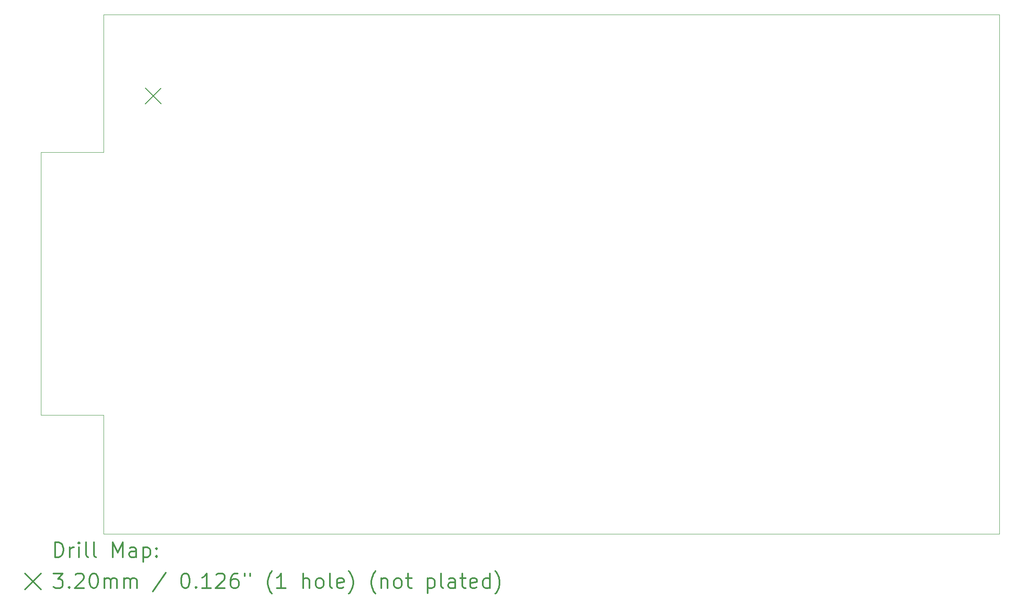
<source format=gbr>
%FSLAX45Y45*%
G04 Gerber Fmt 4.5, Leading zero omitted, Abs format (unit mm)*
G04 Created by KiCad (PCBNEW (5.1.4)-1) date 2019-12-09 02:50:15*
%MOMM*%
%LPD*%
G04 APERTURE LIST*
%ADD10C,0.050000*%
%ADD11C,0.200000*%
%ADD12C,0.300000*%
G04 APERTURE END LIST*
D10*
X24003000Y-14732000D02*
X5842000Y-14732000D01*
X5842000Y-14732000D02*
X5842000Y-12319000D01*
X5842000Y-12319000D02*
X4572000Y-12319000D01*
X4572000Y-6985000D02*
X5842000Y-6985000D01*
X4572000Y-12319000D02*
X4572000Y-6985000D01*
X5842000Y-6985000D02*
X5842000Y-4191000D01*
X5842000Y-4191000D02*
X24003000Y-4191000D01*
X24003000Y-4191000D02*
X24003000Y-14732000D01*
D11*
X6690000Y-5682000D02*
X7010000Y-6002000D01*
X7010000Y-5682000D02*
X6690000Y-6002000D01*
D12*
X4855928Y-15200214D02*
X4855928Y-14900214D01*
X4927357Y-14900214D01*
X4970214Y-14914500D01*
X4998786Y-14943071D01*
X5013071Y-14971643D01*
X5027357Y-15028786D01*
X5027357Y-15071643D01*
X5013071Y-15128786D01*
X4998786Y-15157357D01*
X4970214Y-15185929D01*
X4927357Y-15200214D01*
X4855928Y-15200214D01*
X5155928Y-15200214D02*
X5155928Y-15000214D01*
X5155928Y-15057357D02*
X5170214Y-15028786D01*
X5184500Y-15014500D01*
X5213071Y-15000214D01*
X5241643Y-15000214D01*
X5341643Y-15200214D02*
X5341643Y-15000214D01*
X5341643Y-14900214D02*
X5327357Y-14914500D01*
X5341643Y-14928786D01*
X5355928Y-14914500D01*
X5341643Y-14900214D01*
X5341643Y-14928786D01*
X5527357Y-15200214D02*
X5498786Y-15185929D01*
X5484500Y-15157357D01*
X5484500Y-14900214D01*
X5684500Y-15200214D02*
X5655928Y-15185929D01*
X5641643Y-15157357D01*
X5641643Y-14900214D01*
X6027357Y-15200214D02*
X6027357Y-14900214D01*
X6127357Y-15114500D01*
X6227357Y-14900214D01*
X6227357Y-15200214D01*
X6498786Y-15200214D02*
X6498786Y-15043071D01*
X6484500Y-15014500D01*
X6455928Y-15000214D01*
X6398786Y-15000214D01*
X6370214Y-15014500D01*
X6498786Y-15185929D02*
X6470214Y-15200214D01*
X6398786Y-15200214D01*
X6370214Y-15185929D01*
X6355928Y-15157357D01*
X6355928Y-15128786D01*
X6370214Y-15100214D01*
X6398786Y-15085929D01*
X6470214Y-15085929D01*
X6498786Y-15071643D01*
X6641643Y-15000214D02*
X6641643Y-15300214D01*
X6641643Y-15014500D02*
X6670214Y-15000214D01*
X6727357Y-15000214D01*
X6755928Y-15014500D01*
X6770214Y-15028786D01*
X6784500Y-15057357D01*
X6784500Y-15143071D01*
X6770214Y-15171643D01*
X6755928Y-15185929D01*
X6727357Y-15200214D01*
X6670214Y-15200214D01*
X6641643Y-15185929D01*
X6913071Y-15171643D02*
X6927357Y-15185929D01*
X6913071Y-15200214D01*
X6898786Y-15185929D01*
X6913071Y-15171643D01*
X6913071Y-15200214D01*
X6913071Y-15014500D02*
X6927357Y-15028786D01*
X6913071Y-15043071D01*
X6898786Y-15028786D01*
X6913071Y-15014500D01*
X6913071Y-15043071D01*
X4249500Y-15534500D02*
X4569500Y-15854500D01*
X4569500Y-15534500D02*
X4249500Y-15854500D01*
X4827357Y-15530214D02*
X5013071Y-15530214D01*
X4913071Y-15644500D01*
X4955928Y-15644500D01*
X4984500Y-15658786D01*
X4998786Y-15673071D01*
X5013071Y-15701643D01*
X5013071Y-15773071D01*
X4998786Y-15801643D01*
X4984500Y-15815929D01*
X4955928Y-15830214D01*
X4870214Y-15830214D01*
X4841643Y-15815929D01*
X4827357Y-15801643D01*
X5141643Y-15801643D02*
X5155928Y-15815929D01*
X5141643Y-15830214D01*
X5127357Y-15815929D01*
X5141643Y-15801643D01*
X5141643Y-15830214D01*
X5270214Y-15558786D02*
X5284500Y-15544500D01*
X5313071Y-15530214D01*
X5384500Y-15530214D01*
X5413071Y-15544500D01*
X5427357Y-15558786D01*
X5441643Y-15587357D01*
X5441643Y-15615929D01*
X5427357Y-15658786D01*
X5255928Y-15830214D01*
X5441643Y-15830214D01*
X5627357Y-15530214D02*
X5655928Y-15530214D01*
X5684500Y-15544500D01*
X5698786Y-15558786D01*
X5713071Y-15587357D01*
X5727357Y-15644500D01*
X5727357Y-15715929D01*
X5713071Y-15773071D01*
X5698786Y-15801643D01*
X5684500Y-15815929D01*
X5655928Y-15830214D01*
X5627357Y-15830214D01*
X5598786Y-15815929D01*
X5584500Y-15801643D01*
X5570214Y-15773071D01*
X5555928Y-15715929D01*
X5555928Y-15644500D01*
X5570214Y-15587357D01*
X5584500Y-15558786D01*
X5598786Y-15544500D01*
X5627357Y-15530214D01*
X5855928Y-15830214D02*
X5855928Y-15630214D01*
X5855928Y-15658786D02*
X5870214Y-15644500D01*
X5898786Y-15630214D01*
X5941643Y-15630214D01*
X5970214Y-15644500D01*
X5984500Y-15673071D01*
X5984500Y-15830214D01*
X5984500Y-15673071D02*
X5998786Y-15644500D01*
X6027357Y-15630214D01*
X6070214Y-15630214D01*
X6098786Y-15644500D01*
X6113071Y-15673071D01*
X6113071Y-15830214D01*
X6255928Y-15830214D02*
X6255928Y-15630214D01*
X6255928Y-15658786D02*
X6270214Y-15644500D01*
X6298786Y-15630214D01*
X6341643Y-15630214D01*
X6370214Y-15644500D01*
X6384500Y-15673071D01*
X6384500Y-15830214D01*
X6384500Y-15673071D02*
X6398786Y-15644500D01*
X6427357Y-15630214D01*
X6470214Y-15630214D01*
X6498786Y-15644500D01*
X6513071Y-15673071D01*
X6513071Y-15830214D01*
X7098786Y-15515929D02*
X6841643Y-15901643D01*
X7484500Y-15530214D02*
X7513071Y-15530214D01*
X7541643Y-15544500D01*
X7555928Y-15558786D01*
X7570214Y-15587357D01*
X7584500Y-15644500D01*
X7584500Y-15715929D01*
X7570214Y-15773071D01*
X7555928Y-15801643D01*
X7541643Y-15815929D01*
X7513071Y-15830214D01*
X7484500Y-15830214D01*
X7455928Y-15815929D01*
X7441643Y-15801643D01*
X7427357Y-15773071D01*
X7413071Y-15715929D01*
X7413071Y-15644500D01*
X7427357Y-15587357D01*
X7441643Y-15558786D01*
X7455928Y-15544500D01*
X7484500Y-15530214D01*
X7713071Y-15801643D02*
X7727357Y-15815929D01*
X7713071Y-15830214D01*
X7698786Y-15815929D01*
X7713071Y-15801643D01*
X7713071Y-15830214D01*
X8013071Y-15830214D02*
X7841643Y-15830214D01*
X7927357Y-15830214D02*
X7927357Y-15530214D01*
X7898786Y-15573071D01*
X7870214Y-15601643D01*
X7841643Y-15615929D01*
X8127357Y-15558786D02*
X8141643Y-15544500D01*
X8170214Y-15530214D01*
X8241643Y-15530214D01*
X8270214Y-15544500D01*
X8284500Y-15558786D01*
X8298786Y-15587357D01*
X8298786Y-15615929D01*
X8284500Y-15658786D01*
X8113071Y-15830214D01*
X8298786Y-15830214D01*
X8555928Y-15530214D02*
X8498786Y-15530214D01*
X8470214Y-15544500D01*
X8455928Y-15558786D01*
X8427357Y-15601643D01*
X8413071Y-15658786D01*
X8413071Y-15773071D01*
X8427357Y-15801643D01*
X8441643Y-15815929D01*
X8470214Y-15830214D01*
X8527357Y-15830214D01*
X8555928Y-15815929D01*
X8570214Y-15801643D01*
X8584500Y-15773071D01*
X8584500Y-15701643D01*
X8570214Y-15673071D01*
X8555928Y-15658786D01*
X8527357Y-15644500D01*
X8470214Y-15644500D01*
X8441643Y-15658786D01*
X8427357Y-15673071D01*
X8413071Y-15701643D01*
X8698786Y-15530214D02*
X8698786Y-15587357D01*
X8813071Y-15530214D02*
X8813071Y-15587357D01*
X9255928Y-15944500D02*
X9241643Y-15930214D01*
X9213071Y-15887357D01*
X9198786Y-15858786D01*
X9184500Y-15815929D01*
X9170214Y-15744500D01*
X9170214Y-15687357D01*
X9184500Y-15615929D01*
X9198786Y-15573071D01*
X9213071Y-15544500D01*
X9241643Y-15501643D01*
X9255928Y-15487357D01*
X9527357Y-15830214D02*
X9355928Y-15830214D01*
X9441643Y-15830214D02*
X9441643Y-15530214D01*
X9413071Y-15573071D01*
X9384500Y-15601643D01*
X9355928Y-15615929D01*
X9884500Y-15830214D02*
X9884500Y-15530214D01*
X10013071Y-15830214D02*
X10013071Y-15673071D01*
X9998786Y-15644500D01*
X9970214Y-15630214D01*
X9927357Y-15630214D01*
X9898786Y-15644500D01*
X9884500Y-15658786D01*
X10198786Y-15830214D02*
X10170214Y-15815929D01*
X10155928Y-15801643D01*
X10141643Y-15773071D01*
X10141643Y-15687357D01*
X10155928Y-15658786D01*
X10170214Y-15644500D01*
X10198786Y-15630214D01*
X10241643Y-15630214D01*
X10270214Y-15644500D01*
X10284500Y-15658786D01*
X10298786Y-15687357D01*
X10298786Y-15773071D01*
X10284500Y-15801643D01*
X10270214Y-15815929D01*
X10241643Y-15830214D01*
X10198786Y-15830214D01*
X10470214Y-15830214D02*
X10441643Y-15815929D01*
X10427357Y-15787357D01*
X10427357Y-15530214D01*
X10698786Y-15815929D02*
X10670214Y-15830214D01*
X10613071Y-15830214D01*
X10584500Y-15815929D01*
X10570214Y-15787357D01*
X10570214Y-15673071D01*
X10584500Y-15644500D01*
X10613071Y-15630214D01*
X10670214Y-15630214D01*
X10698786Y-15644500D01*
X10713071Y-15673071D01*
X10713071Y-15701643D01*
X10570214Y-15730214D01*
X10813071Y-15944500D02*
X10827357Y-15930214D01*
X10855928Y-15887357D01*
X10870214Y-15858786D01*
X10884500Y-15815929D01*
X10898786Y-15744500D01*
X10898786Y-15687357D01*
X10884500Y-15615929D01*
X10870214Y-15573071D01*
X10855928Y-15544500D01*
X10827357Y-15501643D01*
X10813071Y-15487357D01*
X11355928Y-15944500D02*
X11341643Y-15930214D01*
X11313071Y-15887357D01*
X11298786Y-15858786D01*
X11284500Y-15815929D01*
X11270214Y-15744500D01*
X11270214Y-15687357D01*
X11284500Y-15615929D01*
X11298786Y-15573071D01*
X11313071Y-15544500D01*
X11341643Y-15501643D01*
X11355928Y-15487357D01*
X11470214Y-15630214D02*
X11470214Y-15830214D01*
X11470214Y-15658786D02*
X11484500Y-15644500D01*
X11513071Y-15630214D01*
X11555928Y-15630214D01*
X11584500Y-15644500D01*
X11598786Y-15673071D01*
X11598786Y-15830214D01*
X11784500Y-15830214D02*
X11755928Y-15815929D01*
X11741643Y-15801643D01*
X11727357Y-15773071D01*
X11727357Y-15687357D01*
X11741643Y-15658786D01*
X11755928Y-15644500D01*
X11784500Y-15630214D01*
X11827357Y-15630214D01*
X11855928Y-15644500D01*
X11870214Y-15658786D01*
X11884500Y-15687357D01*
X11884500Y-15773071D01*
X11870214Y-15801643D01*
X11855928Y-15815929D01*
X11827357Y-15830214D01*
X11784500Y-15830214D01*
X11970214Y-15630214D02*
X12084500Y-15630214D01*
X12013071Y-15530214D02*
X12013071Y-15787357D01*
X12027357Y-15815929D01*
X12055928Y-15830214D01*
X12084500Y-15830214D01*
X12413071Y-15630214D02*
X12413071Y-15930214D01*
X12413071Y-15644500D02*
X12441643Y-15630214D01*
X12498786Y-15630214D01*
X12527357Y-15644500D01*
X12541643Y-15658786D01*
X12555928Y-15687357D01*
X12555928Y-15773071D01*
X12541643Y-15801643D01*
X12527357Y-15815929D01*
X12498786Y-15830214D01*
X12441643Y-15830214D01*
X12413071Y-15815929D01*
X12727357Y-15830214D02*
X12698786Y-15815929D01*
X12684500Y-15787357D01*
X12684500Y-15530214D01*
X12970214Y-15830214D02*
X12970214Y-15673071D01*
X12955928Y-15644500D01*
X12927357Y-15630214D01*
X12870214Y-15630214D01*
X12841643Y-15644500D01*
X12970214Y-15815929D02*
X12941643Y-15830214D01*
X12870214Y-15830214D01*
X12841643Y-15815929D01*
X12827357Y-15787357D01*
X12827357Y-15758786D01*
X12841643Y-15730214D01*
X12870214Y-15715929D01*
X12941643Y-15715929D01*
X12970214Y-15701643D01*
X13070214Y-15630214D02*
X13184500Y-15630214D01*
X13113071Y-15530214D02*
X13113071Y-15787357D01*
X13127357Y-15815929D01*
X13155928Y-15830214D01*
X13184500Y-15830214D01*
X13398786Y-15815929D02*
X13370214Y-15830214D01*
X13313071Y-15830214D01*
X13284500Y-15815929D01*
X13270214Y-15787357D01*
X13270214Y-15673071D01*
X13284500Y-15644500D01*
X13313071Y-15630214D01*
X13370214Y-15630214D01*
X13398786Y-15644500D01*
X13413071Y-15673071D01*
X13413071Y-15701643D01*
X13270214Y-15730214D01*
X13670214Y-15830214D02*
X13670214Y-15530214D01*
X13670214Y-15815929D02*
X13641643Y-15830214D01*
X13584500Y-15830214D01*
X13555928Y-15815929D01*
X13541643Y-15801643D01*
X13527357Y-15773071D01*
X13527357Y-15687357D01*
X13541643Y-15658786D01*
X13555928Y-15644500D01*
X13584500Y-15630214D01*
X13641643Y-15630214D01*
X13670214Y-15644500D01*
X13784500Y-15944500D02*
X13798786Y-15930214D01*
X13827357Y-15887357D01*
X13841643Y-15858786D01*
X13855928Y-15815929D01*
X13870214Y-15744500D01*
X13870214Y-15687357D01*
X13855928Y-15615929D01*
X13841643Y-15573071D01*
X13827357Y-15544500D01*
X13798786Y-15501643D01*
X13784500Y-15487357D01*
M02*

</source>
